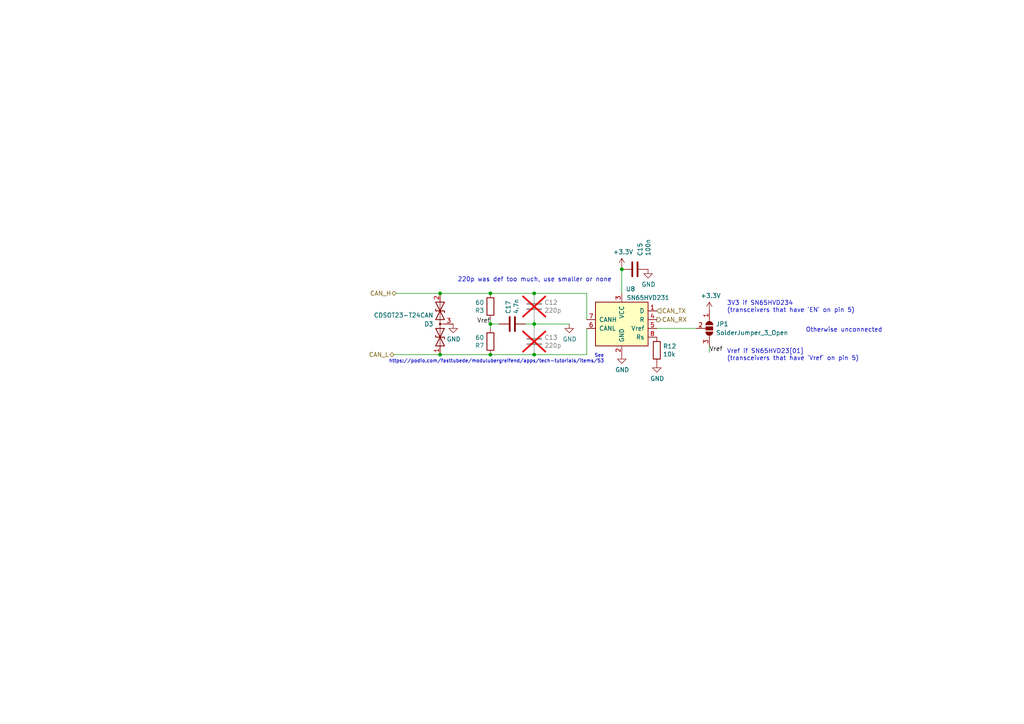
<source format=kicad_sch>
(kicad_sch (version 20230121) (generator eeschema)
  (paper "A4")
  (title_block (title "SDCL - CAN") (date "2021-12-16") (rev "v1.0") (company "FaSTTUBe - Formula Student Team TU Berlin") (comment 1 "Car 113") (comment 2 "EBS Electronics") (comment 3 "CAN Bus input/output stage"))
  (lib_symbols
    (symbol "Device:C" (pin_numbers hide) (pin_names (offset 0.254))
      (property "Reference" "C" (at 0.635 2.54 0))
      (property "Value" "C" (at 0.635 -2.54 0))
      (symbol "C_0_1"
        (polyline (pts (xy -2.032 -0.762) (xy 2.032 -0.762)) (stroke (width 0.508)))
        (polyline (pts (xy -2.032 0.762) (xy 2.032 0.762)) (stroke (width 0.508)))
      )
      (symbol "C_1_1"
        (pin passive line (at 0 3.81 270) (length 2.794) (name "~") (number "1"))
        (pin passive line (at 0 -3.81 90) (length 2.794) (name "~") (number "2"))
      )
    )
    (symbol "Device:D_TVS_Dual_AAC" (pin_names (offset 1.016) hide)
      (property "Reference" "D" (at 0 4.445 0))
      (property "Value" "D_TVS_Dual_AAC" (at 0 2.54 0))
      (symbol "D_TVS_Dual_AAC_0_0"
        (polyline (pts (xy 0 -1.27) (xy 0 0)))
      )
      (symbol "D_TVS_Dual_AAC_0_1"
        (polyline (pts (xy -6.35 0) (xy 6.35 0)))
        (polyline (pts (xy -3.302 1.27) (xy -3.81 1.27) (xy -3.81 -1.27) (xy -4.318 -1.27)) (stroke (width 0.254)))
        (polyline (pts (xy 4.318 1.27) (xy 3.81 1.27) (xy 3.81 -1.27) (xy 3.302 -1.27)) (stroke (width 0.254)))
        (polyline (pts (xy -6.35 1.27) (xy -1.27 -1.27) (xy -1.27 1.27) (xy -6.35 -1.27) (xy -6.35 1.27)) (stroke (width 0.254)))
        (polyline (pts (xy 6.35 1.27) (xy 1.27 -1.27) (xy 1.27 1.27) (xy 6.35 -1.27) (xy 6.35 1.27)) (stroke (width 0.254)))
        (circle (center 0 0) (radius 0.254) (fill (type outline)))
      )
      (symbol "D_TVS_Dual_AAC_1_1"
        (pin passive line (at -8.89 0 0) (length 2.54) (name "A1") (number "1"))
        (pin passive line (at 8.89 0 180) (length 2.54) (name "A2") (number "2"))
        (pin input line (at 0 -3.81 90) (length 2.54) (name "common") (number "3"))
      )
    )
    (symbol "Device:R" (pin_numbers hide) (pin_names (offset 0))
      (property "Reference" "R" (at 2.032 0 90))
      (property "Value" "R" (at 0 0 90))
      (symbol "R_0_1"
        (rectangle (start -1.016 -2.54) (end 1.016 2.54) (stroke (width 0.254)))
      )
      (symbol "R_1_1"
        (pin passive line (at 0 3.81 270) (length 1.27) (name "~") (number "1"))
        (pin passive line (at 0 -3.81 90) (length 1.27) (name "~") (number "2"))
      )
    )
    (symbol "Interface_CAN_LIN:SN65HVD231" (pin_names (offset 1.016))
      (property "Reference" "U" (at -2.54 10.16 0))
      (property "Value" "SN65HVD231" (at -2.54 7.62 0))
      (symbol "SN65HVD231_0_1"
        (rectangle (start -7.62 5.08) (end 7.62 -7.62) (stroke (width 0.254)) (fill (type background)))
      )
      (symbol "SN65HVD231_1_1"
        (pin input line (at -10.16 2.54 0) (length 2.54) (name "D") (number "1"))
        (pin power_in line (at 0 -10.16 90) (length 2.54) (name "GND") (number "2"))
        (pin power_in line (at 0 7.62 270) (length 2.54) (name "VCC") (number "3"))
        (pin output line (at -10.16 0 0) (length 2.54) (name "R") (number "4"))
        (pin output line (at -10.16 -2.54 0) (length 2.54) (name "Vref") (number "5"))
        (pin bidirectional line (at 10.16 -2.54 180) (length 2.54) (name "CANL") (number "6"))
        (pin bidirectional line (at 10.16 0 180) (length 2.54) (name "CANH") (number "7"))
        (pin input line (at -10.16 -5.08 0) (length 2.54) (name "Rs") (number "8"))
      )
    )
    (symbol "Jumper:SolderJumper_3_Open" (pin_names (offset 0) hide)
      (property "Reference" "JP" (at -2.54 -2.54 0))
      (property "Value" "SolderJumper_3_Open" (at 0 2.794 0))
      (symbol "SolderJumper_3_Open_0_1"
        (arc (start -1.016 1.016) (mid -2.0276 0) (end -1.016 -1.016))
        (arc (start -1.016 1.016) (mid -2.0276 0) (end -1.016 -1.016) (fill (type outline)))
        (rectangle (start -0.508 1.016) (end 0.508 -1.016) (fill (type outline)))
        (polyline (pts (xy -2.54 0) (xy -2.032 0)))
        (polyline (pts (xy -1.016 1.016) (xy -1.016 -1.016)))
        (polyline (pts (xy 0 -1.27) (xy 0 -1.016)))
        (polyline (pts (xy 1.016 1.016) (xy 1.016 -1.016)))
        (polyline (pts (xy 2.54 0) (xy 2.032 0)))
        (arc (start 1.016 -1.016) (mid 2.0276 0) (end 1.016 1.016))
        (arc (start 1.016 -1.016) (mid 2.0276 0) (end 1.016 1.016) (fill (type outline)))
      )
      (symbol "SolderJumper_3_Open_1_1"
        (pin passive line (at -5.08 0 0) (length 2.54) (name "A") (number "1"))
        (pin passive line (at 0 -3.81 90) (length 2.54) (name "C") (number "2"))
        (pin passive line (at 5.08 0 180) (length 2.54) (name "B") (number "3"))
      )
    )
    (symbol "power:+3.3V" (power) (pin_names (offset 0))
      (property "Value" "+3.3V" (at 0 3.556 0))
      (symbol "+3.3V_0_1"
        (polyline (pts (xy -0.762 1.27) (xy 0 2.54)))
        (polyline (pts (xy 0 0) (xy 0 2.54)))
        (polyline (pts (xy 0 2.54) (xy 0.762 1.27)))
      )
      (symbol "+3.3V_1_1"
        (pin power_in line (at 0 0 90) (length 0) hide (name "+3.3V") (number "1"))
      )
    )
    (symbol "power:GND" (power) (pin_names (offset 0))
      (property "Value" "GND" (at 0 -3.81 0))
      (symbol "GND_0_1"
        (polyline (pts (xy 0 0) (xy 0 -1.27) (xy 1.27 -1.27) (xy 0 -2.54) (xy -1.27 -1.27) (xy 0 -1.27)))
      )
      (symbol "GND_1_1"
        (pin power_in line (at 0 0 270) (length 0) hide (name "GND") (number "1"))
      )
    )
  )
  (junction (at 142.24 93.98))
  (junction (at 154.94 93.98))
  (junction (at 142.24 102.87))
  (junction (at 127.635 102.87))
  (junction (at 142.24 85.09))
  (junction (at 127.635 85.09))
  (junction (at 154.94 85.09))
  (junction (at 180.34 78.105))
  (junction (at 154.94 102.87))
  (wire (pts (xy 154.94 93.98) (xy 165.1 93.98)))
  (wire (pts (xy 190.5 95.25) (xy 201.93 95.25)))
  (wire (pts (xy 154.94 95.25) (xy 154.94 93.98)))
  (wire (pts (xy 170.18 85.09) (xy 154.94 85.09)))
  (wire (pts (xy 180.34 77.47) (xy 180.34 78.105)))
  (wire (pts (xy 142.24 92.71) (xy 142.24 93.98)))
  (wire (pts (xy 114.935 85.09) (xy 127.635 85.09)))
  (wire (pts (xy 152.4 93.98) (xy 154.94 93.98)))
  (wire (pts (xy 142.24 102.87) (xy 154.94 102.87)))
  (wire (pts (xy 170.18 95.25) (xy 170.18 102.87)))
  (wire (pts (xy 142.24 95.25) (xy 142.24 93.98)))
  (wire (pts (xy 154.94 92.71) (xy 154.94 93.98)))
  (wire (pts (xy 170.18 85.09) (xy 170.18 92.71)))
  (wire (pts (xy 127.635 85.09) (xy 142.24 85.09)))
  (wire (pts (xy 205.74 100.33) (xy 205.74 102.235)))
  (wire (pts (xy 127.635 102.87) (xy 142.24 102.87)))
  (wire (pts (xy 114.3 102.87) (xy 127.635 102.87)))
  (wire (pts (xy 142.24 85.09) (xy 154.94 85.09)))
  (wire (pts (xy 142.24 93.98) (xy 144.78 93.98)))
  (wire (pts (xy 180.34 78.105) (xy 180.34 85.09)))
  (wire (pts (xy 170.18 102.87) (xy 154.94 102.87)))
  (text "220p was def too much, use smaller or none" (at 132.715 81.915 0) (effects (font (size 1.27 1.27)) (justify left bottom)))
  (text "3V3 if SN65HVD234\n(transceivers that have `EN` on pin 5)" (at 210.82 90.805 0) (effects (font (size 1.27 1.27)) (justify left bottom)))
  (text "See\nhttps://podio.com/fasttubede/modulubergreifend/apps/tech-tutorials/items/53" (at 175.26 105.41 0) (effects (font (size 1 1)) (justify right bottom)))
  (text "Otherwise unconnected" (at 233.68 96.52 0) (effects (font (size 1.27 1.27)) (justify left bottom)))
  (text "Vref if SN65HVD23[01]\n(transceivers that have `Vref` on pin 5)" (at 210.82 104.775 0) (effects (font (size 1.27 1.27)) (justify left bottom)))
  (label "Vref" (at 205.74 102.235 0))
  (label "Vref" (at 142.24 93.98 180))
  (hierarchical_label "CAN_L" (shape bidirectional) (at 114.3 102.87 180))
  (hierarchical_label "CAN_H" (shape bidirectional) (at 114.935 85.09 180))
  (hierarchical_label "CAN_RX" (shape output) (at 190.5 92.71 0))
  (hierarchical_label "CAN_TX" (shape input) (at 190.5 90.17 0))
  (symbol (lib_id "Device:R") (at 190.5 101.6 0) (unit 1)
    (property "Reference" "R12" (at 192.278 100.4316 0) (effects (justify left)))
    (property "Value" "10k" (at 192.278 102.743 0) (effects (justify left)))
    (property "Footprint" "Resistor_SMD:R_0603_1608Metric_Pad0.98x0.95mm_HandSolder" (effects hide))
  )
  (symbol (lib_id "Device:C") (at 184.15 78.105 90) (unit 1)
    (property "Reference" "C15" (at 185.6486 74.295 0) (effects (justify left)))
    (property "Value" "100n" (at 187.96 74.295 0) (effects (justify left)))
    (property "Footprint" "Capacitor_SMD:C_0603_1608Metric_Pad1.08x0.95mm_HandSolder" (effects hide))
  )
  (symbol (lib_id "Device:C") (at 154.94 88.9 0) (unit 1) (dnp yes)
    (property "Reference" "C12" (at 157.861 87.7316 0) (effects (justify left)))
    (property "Value" "220p" (at 157.861 90.043 0) (effects (justify left)))
    (property "Footprint" "Capacitor_SMD:C_0603_1608Metric_Pad1.08x0.95mm_HandSolder" (effects hide))
  )
  (symbol (lib_id "Device:C") (at 154.94 99.06 0) (unit 1) (dnp yes)
    (property "Reference" "C13" (at 157.861 97.8916 0) (effects (justify left)))
    (property "Value" "220p" (at 157.861 100.203 0) (effects (justify left)))
    (property "Footprint" "Capacitor_SMD:C_0603_1608Metric_Pad1.08x0.95mm_HandSolder" (effects hide))
  )
  (symbol (lib_id "power:GND") (at 165.1 93.98 0) (unit 1)
    (property "Reference" "#PWR0142" (effects hide))
    (property "Value" "GND" (at 165.227 98.3742 0))
  )
  (symbol (lib_id "power:GND") (at 180.34 102.87 0) (unit 1)
    (property "Reference" "#PWR0143" (effects hide))
    (property "Value" "GND" (at 180.467 107.2642 0))
  )
  (symbol (lib_id "power:+3.3V") (at 180.34 77.47 0) (unit 1)
    (property "Reference" "#PWR0156" (effects hide))
    (property "Value" "+3.3V" (at 180.721 73.0758 0))
  )
  (symbol (lib_id "Interface_CAN_LIN:SN65HVD231") (at 180.34 92.71 0) (mirror y) (unit 1)
    (property "Reference" "U8" (at 182.88 83.82 0))
    (property "Value" "SN65HVD231" (at 187.96 86.36 0))
    (property "Footprint" "Package_SO:SOIC-8_3.9x4.9mm_P1.27mm" (effects hide))
    (property "Datasheet" "http://www.ti.com/lit/ds/symlink/sn65hvd230.pdf" (effects hide))
  )
  (symbol (lib_id "power:+3.3V") (at 205.74 90.17 0) (unit 1)
    (property "Reference" "#PWR0107" (effects hide))
    (property "Value" "+3.3V" (at 206.121 85.7758 0))
  )
  (symbol (lib_id "power:GND") (at 187.96 78.105 0) (unit 1)
    (property "Reference" "#PWR0103" (effects hide))
    (property "Value" "GND" (at 188.087 82.4992 0))
  )
  (symbol (lib_id "power:GND") (at 190.5 105.41 0) (unit 1)
    (property "Reference" "#PWR0105" (effects hide))
    (property "Value" "GND" (at 190.627 109.8042 0))
  )
  (symbol (lib_id "Device:R") (at 142.24 88.9 180) (unit 1)
    (property "Reference" "R3" (at 140.462 90.0684 0) (effects (justify left)))
    (property "Value" "60" (at 140.462 87.757 0) (effects (justify left)))
    (property "Footprint" "Resistor_SMD:R_0603_1608Metric_Pad0.98x0.95mm_HandSolder" (effects hide))
  )
  (symbol (lib_id "Jumper:SolderJumper_3_Open") (at 205.74 95.25 270) (unit 1)
    (property "Reference" "JP1" (at 207.645 93.9799 90) (effects (justify left)))
    (property "Value" "SolderJumper_3_Open" (at 207.645 96.5199 90) (effects (justify left)))
    (property "Footprint" "Jumper:SolderJumper-3_P1.3mm_Open_RoundedPad1.0x1.5mm" (effects hide))
  )
  (symbol (lib_id "power:GND") (at 131.445 93.98 0) (unit 1)
    (property "Reference" "#PWR05" (effects hide))
    (property "Value" "GND" (at 131.572 98.3742 0))
  )
  (symbol (lib_id "Device:C") (at 148.59 93.98 90) (unit 1)
    (property "Reference" "C17" (at 147.4216 91.059 0) (effects (justify left)))
    (property "Value" "4.7n" (at 149.733 91.059 0) (effects (justify left)))
    (property "Footprint" "Capacitor_SMD:C_0603_1608Metric_Pad1.08x0.95mm_HandSolder" (effects hide))
  )
  (symbol (lib_id "Device:D_TVS_Dual_AAC") (at 127.635 93.98 90) (unit 1)
    (property "Reference" "D3" (at 125.73 93.98 90) (effects (justify left)))
    (property "Value" "CDSOT23-T24CAN" (at 125.73 91.44 90) (effects (justify left)))
    (property "Footprint" "Package_TO_SOT_SMD:SOT-23" (effects hide))
  )
  (symbol (lib_id "Device:R") (at 142.24 99.06 180) (unit 1)
    (property "Reference" "R7" (at 140.462 100.2284 0) (effects (justify left)))
    (property "Value" "60" (at 140.462 97.917 0) (effects (justify left)))
    (property "Footprint" "Resistor_SMD:R_0603_1608Metric_Pad0.98x0.95mm_HandSolder" (effects hide))
  )
)
</source>
